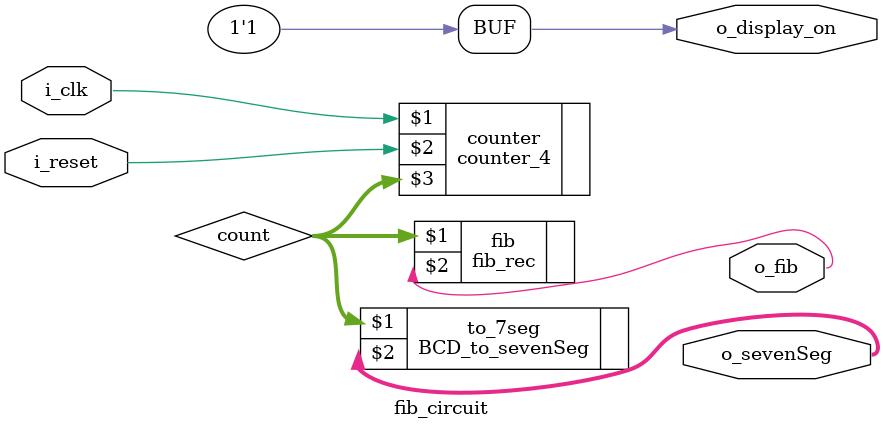
<source format=sv>
`timescale 1ns / 1ps

module fib_circuit(
        input  logic       i_clk, i_reset,
        output logic       o_fib, o_display_on,
        output logic [7:0] o_sevenSeg);

    logic [3:0] count;

    assign o_display_on = 1;

    counter_4 counter(i_clk, i_reset, count);

    BCD_to_sevenSeg to_7seg (count, o_sevenSeg);

    fib_rec fib(count, o_fib);

endmodule


</source>
